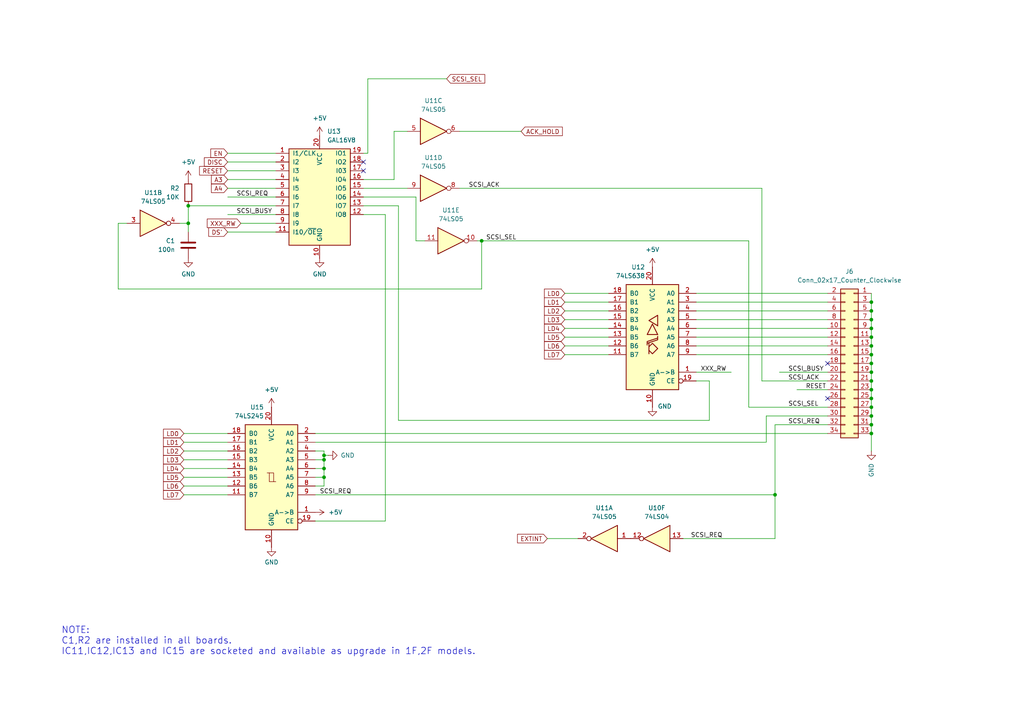
<source format=kicad_sch>
(kicad_sch (version 20250114) (generator "eeschema") (generator_version "9.0")
  (paper "A4")
  (title_block (title "CST Thor  - Clone/Upgrade for Sinclair QL") (date "2025-03-15") (rev "0,1") (company "(C) 2025 Alvaro Alea Fdz") (comment 1 "https://ohwr.org/cern_ohl_s_v2.txt") (comment 2 "CERN Open Hardware Licence Version 2 - Strongly Reciprocal") (comment 3 "Under License") (comment 4 "SCSI Hard Disk Interface"))
  (lib_symbols
    (symbol "74xx:74LS04"
      (property "Reference" "U" (at 0 1.27 0))
      (property "Value" "74LS04" (at 0 -1.27 0))
      (symbol "74LS04_1_0"
        (polyline (pts (xy -3.81 3.81) (xy -3.81 -3.81) (xy 3.81 0) (xy -3.81 3.81)) (stroke (width 0.254)) (fill (type background)))
        (pin input line (at -7.62 0 0) (length 3.81) (name "~") (number "1"))
        (pin output inverted (at 7.62 0 180) (length 3.81) (name "~") (number "2"))
      )
      (symbol "74LS04_2_0"
        (polyline (pts (xy -3.81 3.81) (xy -3.81 -3.81) (xy 3.81 0) (xy -3.81 3.81)) (stroke (width 0.254)) (fill (type background)))
        (pin input line (at -7.62 0 0) (length 3.81) (name "~") (number "3"))
        (pin output inverted (at 7.62 0 180) (length 3.81) (name "~") (number "4"))
      )
      (symbol "74LS04_3_0"
        (polyline (pts (xy -3.81 3.81) (xy -3.81 -3.81) (xy 3.81 0) (xy -3.81 3.81)) (stroke (width 0.254)) (fill (type background)))
        (pin input line (at -7.62 0 0) (length 3.81) (name "~") (number "5"))
        (pin output inverted (at 7.62 0 180) (length 3.81) (name "~") (number "6"))
      )
      (symbol "74LS04_4_0"
        (polyline (pts (xy -3.81 3.81) (xy -3.81 -3.81) (xy 3.81 0) (xy -3.81 3.81)) (stroke (width 0.254)) (fill (type background)))
        (pin input line (at -7.62 0 0) (length 3.81) (name "~") (number "9"))
        (pin output inverted (at 7.62 0 180) (length 3.81) (name "~") (number "8"))
      )
      (symbol "74LS04_5_0"
        (polyline (pts (xy -3.81 3.81) (xy -3.81 -3.81) (xy 3.81 0) (xy -3.81 3.81)) (stroke (width 0.254)) (fill (type background)))
        (pin input line (at -7.62 0 0) (length 3.81) (name "~") (number "11"))
        (pin output inverted (at 7.62 0 180) (length 3.81) (name "~") (number "10"))
      )
      (symbol "74LS04_6_0"
        (polyline (pts (xy -3.81 3.81) (xy -3.81 -3.81) (xy 3.81 0) (xy -3.81 3.81)) (stroke (width 0.254)) (fill (type background)))
        (pin input line (at -7.62 0 0) (length 3.81) (name "~") (number "13"))
        (pin output inverted (at 7.62 0 180) (length 3.81) (name "~") (number "12"))
      )
      (symbol "74LS04_7_0"
        (pin power_in line (at 0 12.7 270) (length 5.08) (name "VCC") (number "14"))
        (pin power_in line (at 0 -12.7 90) (length 5.08) (name "GND") (number "7"))
      )
      (symbol "74LS04_7_1"
        (rectangle (start -5.08 7.62) (end 5.08 -7.62) (stroke (width 0.254)) (fill (type background)))
      )
    )
    (symbol "74xx:74LS05" (pin_names (offset 1.016))
      (property "Reference" "U" (at 0 1.27 0))
      (property "Value" "74LS05" (at 0 -1.27 0))
      (symbol "74LS05_1_0"
        (polyline (pts (xy -3.81 3.81) (xy -3.81 -3.81) (xy 3.81 0) (xy -3.81 3.81)) (stroke (width 0.254)) (fill (type background)))
        (pin input line (at -7.62 0 0) (length 3.81) (name "~") (number "1"))
        (pin open_collector inverted (at 7.62 0 180) (length 3.81) (name "~") (number "2"))
      )
      (symbol "74LS05_2_0"
        (polyline (pts (xy -3.81 3.81) (xy -3.81 -3.81) (xy 3.81 0) (xy -3.81 3.81)) (stroke (width 0.254)) (fill (type background)))
        (pin input line (at -7.62 0 0) (length 3.81) (name "~") (number "3"))
        (pin open_collector inverted (at 7.62 0 180) (length 3.81) (name "~") (number "4"))
      )
      (symbol "74LS05_3_0"
        (polyline (pts (xy -3.81 3.81) (xy -3.81 -3.81) (xy 3.81 0) (xy -3.81 3.81)) (stroke (width 0.254)) (fill (type background)))
        (pin input line (at -7.62 0 0) (length 3.81) (name "~") (number "5"))
        (pin open_collector inverted (at 7.62 0 180) (length 3.81) (name "~") (number "6"))
      )
      (symbol "74LS05_4_0"
        (polyline (pts (xy -3.81 3.81) (xy -3.81 -3.81) (xy 3.81 0) (xy -3.81 3.81)) (stroke (width 0.254)) (fill (type background)))
        (pin input line (at -7.62 0 0) (length 3.81) (name "~") (number "9"))
        (pin open_collector inverted (at 7.62 0 180) (length 3.81) (name "~") (number "8"))
      )
      (symbol "74LS05_5_0"
        (polyline (pts (xy -3.81 3.81) (xy -3.81 -3.81) (xy 3.81 0) (xy -3.81 3.81)) (stroke (width 0.254)) (fill (type background)))
        (pin input line (at -7.62 0 0) (length 3.81) (name "~") (number "11"))
        (pin open_collector inverted (at 7.62 0 180) (length 3.81) (name "~") (number "10"))
      )
      (symbol "74LS05_6_0"
        (polyline (pts (xy -3.81 3.81) (xy -3.81 -3.81) (xy 3.81 0) (xy -3.81 3.81)) (stroke (width 0.254)) (fill (type background)))
        (pin input line (at -7.62 0 0) (length 3.81) (name "~") (number "13"))
        (pin open_collector inverted (at 7.62 0 180) (length 3.81) (name "~") (number "12"))
      )
      (symbol "74LS05_7_0"
        (pin power_in line (at 0 12.7 270) (length 5.08) (name "VCC") (number "14"))
        (pin power_in line (at 0 -12.7 90) (length 5.08) (name "GND") (number "7"))
      )
      (symbol "74LS05_7_1"
        (rectangle (start -5.08 7.62) (end 5.08 -7.62) (stroke (width 0.254)) (fill (type background)))
      )
    )
    (symbol "74xx:74LS245" (pin_names (offset 1.016))
      (property "Reference" "U" (at -7.62 16.51 0))
      (property "Value" "74LS245" (at -7.62 -16.51 0))
      (symbol "74LS245_1_0"
        (polyline (pts (xy -1.27 -1.27) (xy 0.635 -1.27) (xy 0.635 1.27) (xy 1.27 1.27)))
        (polyline (pts (xy -0.635 -1.27) (xy -0.635 1.27) (xy 0.635 1.27)))
        (pin tri_state line (at -12.7 12.7 0) (length 5.08) (name "A0") (number "2"))
        (pin tri_state line (at -12.7 10.16 0) (length 5.08) (name "A1") (number "3"))
        (pin tri_state line (at -12.7 7.62 0) (length 5.08) (name "A2") (number "4"))
        (pin tri_state line (at -12.7 5.08 0) (length 5.08) (name "A3") (number "5"))
        (pin tri_state line (at -12.7 2.54 0) (length 5.08) (name "A4") (number "6"))
        (pin tri_state line (at -12.7 0 0) (length 5.08) (name "A5") (number "7"))
        (pin tri_state line (at -12.7 -2.54 0) (length 5.08) (name "A6") (number "8"))
        (pin tri_state line (at -12.7 -5.08 0) (length 5.08) (name "A7") (number "9"))
        (pin input line (at -12.7 -10.16 0) (length 5.08) (name "A->B") (number "1"))
        (pin input inverted (at -12.7 -12.7 0) (length 5.08) (name "CE") (number "19"))
        (pin power_in line (at 0 20.32 270) (length 5.08) (name "VCC") (number "20"))
        (pin power_in line (at 0 -20.32 90) (length 5.08) (name "GND") (number "10"))
        (pin tri_state line (at 12.7 12.7 180) (length 5.08) (name "B0") (number "18"))
        (pin tri_state line (at 12.7 10.16 180) (length 5.08) (name "B1") (number "17"))
        (pin tri_state line (at 12.7 7.62 180) (length 5.08) (name "B2") (number "16"))
        (pin tri_state line (at 12.7 5.08 180) (length 5.08) (name "B3") (number "15"))
        (pin tri_state line (at 12.7 2.54 180) (length 5.08) (name "B4") (number "14"))
        (pin tri_state line (at 12.7 0 180) (length 5.08) (name "B5") (number "13"))
        (pin tri_state line (at 12.7 -2.54 180) (length 5.08) (name "B6") (number "12"))
        (pin tri_state line (at 12.7 -5.08 180) (length 5.08) (name "B7") (number "11"))
      )
      (symbol "74LS245_1_1"
        (rectangle (start -7.62 15.24) (end 7.62 -15.24) (stroke (width 0.254)) (fill (type background)))
      )
    )
    (symbol "8bits:74LS638" (pin_names (offset 1.016))
      (property "Reference" "U15" (at 2.1941 20.32 0))
      (property "Value" "74LS638" (at 2.1941 17.78 0))
      (symbol "74LS638_0_0"
        (polyline (pts (xy -1.524 3.302) (xy -1.524 6.35) (xy 1.016 4.826) (xy -1.524 3.302) (xy -1.524 3.302)) (stroke (width 0.254)) (fill (type background)))
        (polyline (pts (xy -1.524 0.762) (xy 1.524 0.762) (xy 0 3.81) (xy -1.524 0.762) (xy -1.524 0.762)) (stroke (width 0.254)) (fill (type background)))
        (polyline (pts (xy -1.524 -3.302) (xy 0 -4.826) (xy 1.016 -3.81) (xy 1.016 -4.826) (xy 1.016 -1.778) (xy 1.016 -2.794) (xy 0 -1.778) (xy -1.524 -3.302) (xy -1.524 -3.302)) (stroke (width 0.254)) (fill (type background)))
        (polyline (pts (xy 1.524 -2.286) (xy 1.524 -1.27) (xy -1.524 -0.254) (xy -1.524 0.254) (xy -1.524 -0.762) (xy 1.524 -1.778) (xy 1.524 -1.778)) (stroke (width 0.254)) (fill (type background)))
      )
      (symbol "74LS638_1_0"
        (pin tri_state line (at -12.7 12.7 0) (length 5.08) (name "A0") (number "2"))
        (pin tri_state line (at -12.7 10.16 0) (length 5.08) (name "A1") (number "3"))
        (pin tri_state line (at -12.7 7.62 0) (length 5.08) (name "A2") (number "4"))
        (pin tri_state line (at -12.7 5.08 0) (length 5.08) (name "A3") (number "5"))
        (pin tri_state line (at -12.7 2.54 0) (length 5.08) (name "A4") (number "6"))
        (pin tri_state line (at -12.7 0 0) (length 5.08) (name "A5") (number "7"))
        (pin tri_state line (at -12.7 -2.54 0) (length 5.08) (name "A6") (number "8"))
        (pin tri_state line (at -12.7 -5.08 0) (length 5.08) (name "A7") (number "9"))
        (pin input line (at -12.7 -10.16 0) (length 5.08) (name "A->B") (number "1"))
        (pin input inverted (at -12.7 -12.7 0) (length 5.08) (name "CE") (number "19"))
        (pin power_in line (at 0 20.32 270) (length 5.08) (name "VCC") (number "20"))
        (pin power_in line (at 0 -20.32 90) (length 5.08) (name "GND") (number "10"))
        (pin tri_state line (at 12.7 12.7 180) (length 5.08) (name "B0") (number "18"))
        (pin tri_state line (at 12.7 10.16 180) (length 5.08) (name "B1") (number "17"))
        (pin tri_state line (at 12.7 7.62 180) (length 5.08) (name "B2") (number "16"))
        (pin tri_state line (at 12.7 5.08 180) (length 5.08) (name "B3") (number "15"))
        (pin tri_state line (at 12.7 2.54 180) (length 5.08) (name "B4") (number "14"))
        (pin tri_state line (at 12.7 0 180) (length 5.08) (name "B5") (number "13"))
        (pin tri_state line (at 12.7 -2.54 180) (length 5.08) (name "B6") (number "12"))
        (pin tri_state line (at 12.7 -5.08 180) (length 5.08) (name "B7") (number "11"))
      )
      (symbol "74LS638_1_1"
        (rectangle (start -7.62 15.24) (end 7.62 -15.24) (stroke (width 0.254)) (fill (type background)))
      )
    )
    (symbol "Connector_Generic:Conn_02x17_Odd_Even" (pin_names (offset 1.016) (hide yes))
      (property "Reference" "J" (at 1.27 22.86 0))
      (property "Value" "Conn_02x17_Odd_Even" (at 1.27 -22.86 0))
      (symbol "Conn_02x17_Odd_Even_1_1"
        (rectangle (start -1.27 21.59) (end 3.81 -21.59) (stroke (width 0.254)) (fill (type background)))
        (rectangle (start -1.27 20.447) (end 0 20.193) (stroke (width 0.1524)))
        (rectangle (start -1.27 17.907) (end 0 17.653) (stroke (width 0.1524)))
        (rectangle (start -1.27 15.367) (end 0 15.113) (stroke (width 0.1524)))
        (rectangle (start -1.27 12.827) (end 0 12.573) (stroke (width 0.1524)))
        (rectangle (start -1.27 10.287) (end 0 10.033) (stroke (width 0.1524)))
        (rectangle (start -1.27 7.747) (end 0 7.493) (stroke (width 0.1524)))
        (rectangle (start -1.27 5.207) (end 0 4.953) (stroke (width 0.1524)))
        (rectangle (start -1.27 2.667) (end 0 2.413) (stroke (width 0.1524)))
        (rectangle (start -1.27 0.127) (end 0 -0.127) (stroke (width 0.1524)))
        (rectangle (start -1.27 -2.413) (end 0 -2.667) (stroke (width 0.1524)))
        (rectangle (start -1.27 -4.953) (end 0 -5.207) (stroke (width 0.1524)))
        (rectangle (start -1.27 -7.493) (end 0 -7.747) (stroke (width 0.1524)))
        (rectangle (start -1.27 -10.033) (end 0 -10.287) (stroke (width 0.1524)))
        (rectangle (start -1.27 -12.573) (end 0 -12.827) (stroke (width 0.1524)))
        (rectangle (start -1.27 -15.113) (end 0 -15.367) (stroke (width 0.1524)))
        (rectangle (start -1.27 -17.653) (end 0 -17.907) (stroke (width 0.1524)))
        (rectangle (start -1.27 -20.193) (end 0 -20.447) (stroke (width 0.1524)))
        (rectangle (start 3.81 20.447) (end 2.54 20.193) (stroke (width 0.1524)))
        (rectangle (start 3.81 17.907) (end 2.54 17.653) (stroke (width 0.1524)))
        (rectangle (start 3.81 15.367) (end 2.54 15.113) (stroke (width 0.1524)))
        (rectangle (start 3.81 12.827) (end 2.54 12.573) (stroke (width 0.1524)))
        (rectangle (start 3.81 10.287) (end 2.54 10.033) (stroke (width 0.1524)))
        (rectangle (start 3.81 7.747) (end 2.54 7.493) (stroke (width 0.1524)))
        (rectangle (start 3.81 5.207) (end 2.54 4.953) (stroke (width 0.1524)))
        (rectangle (start 3.81 2.667) (end 2.54 2.413) (stroke (width 0.1524)))
        (rectangle (start 3.81 0.127) (end 2.54 -0.127) (stroke (width 0.1524)))
        (rectangle (start 3.81 -2.413) (end 2.54 -2.667) (stroke (width 0.1524)))
        (rectangle (start 3.81 -4.953) (end 2.54 -5.207) (stroke (width 0.1524)))
        (rectangle (start 3.81 -7.493) (end 2.54 -7.747) (stroke (width 0.1524)))
        (rectangle (start 3.81 -10.033) (end 2.54 -10.287) (stroke (width 0.1524)))
        (rectangle (start 3.81 -12.573) (end 2.54 -12.827) (stroke (width 0.1524)))
        (rectangle (start 3.81 -15.113) (end 2.54 -15.367) (stroke (width 0.1524)))
        (rectangle (start 3.81 -17.653) (end 2.54 -17.907) (stroke (width 0.1524)))
        (rectangle (start 3.81 -20.193) (end 2.54 -20.447) (stroke (width 0.1524)))
        (pin passive line (at -5.08 20.32 0) (length 3.81) (name "Pin_1") (number "1"))
        (pin passive line (at -5.08 17.78 0) (length 3.81) (name "Pin_3") (number "3"))
        (pin passive line (at -5.08 15.24 0) (length 3.81) (name "Pin_5") (number "5"))
        (pin passive line (at -5.08 12.7 0) (length 3.81) (name "Pin_7") (number "7"))
        (pin passive line (at -5.08 10.16 0) (length 3.81) (name "Pin_9") (number "9"))
        (pin passive line (at -5.08 7.62 0) (length 3.81) (name "Pin_11") (number "11"))
        (pin passive line (at -5.08 5.08 0) (length 3.81) (name "Pin_13") (number "13"))
        (pin passive line (at -5.08 2.54 0) (length 3.81) (name "Pin_15") (number "15"))
        (pin passive line (at -5.08 0 0) (length 3.81) (name "Pin_17") (number "17"))
        (pin passive line (at -5.08 -2.54 0) (length 3.81) (name "Pin_19") (number "19"))
        (pin passive line (at -5.08 -5.08 0) (length 3.81) (name "Pin_21") (number "21"))
        (pin passive line (at -5.08 -7.62 0) (length 3.81) (name "Pin_23") (number "23"))
        (pin passive line (at -5.08 -10.16 0) (length 3.81) (name "Pin_25") (number "25"))
        (pin passive line (at -5.08 -12.7 0) (length 3.81) (name "Pin_27") (number "27"))
        (pin passive line (at -5.08 -15.24 0) (length 3.81) (name "Pin_29") (number "29"))
        (pin passive line (at -5.08 -17.78 0) (length 3.81) (name "Pin_31") (number "31"))
        (pin passive line (at -5.08 -20.32 0) (length 3.81) (name "Pin_33") (number "33"))
        (pin passive line (at 7.62 20.32 180) (length 3.81) (name "Pin_2") (number "2"))
        (pin passive line (at 7.62 17.78 180) (length 3.81) (name "Pin_4") (number "4"))
        (pin passive line (at 7.62 15.24 180) (length 3.81) (name "Pin_6") (number "6"))
        (pin passive line (at 7.62 12.7 180) (length 3.81) (name "Pin_8") (number "8"))
        (pin passive line (at 7.62 10.16 180) (length 3.81) (name "Pin_10") (number "10"))
        (pin passive line (at 7.62 7.62 180) (length 3.81) (name "Pin_12") (number "12"))
        (pin passive line (at 7.62 5.08 180) (length 3.81) (name "Pin_14") (number "14"))
        (pin passive line (at 7.62 2.54 180) (length 3.81) (name "Pin_16") (number "16"))
        (pin passive line (at 7.62 0 180) (length 3.81) (name "Pin_18") (number "18"))
        (pin passive line (at 7.62 -2.54 180) (length 3.81) (name "Pin_20") (number "20"))
        (pin passive line (at 7.62 -5.08 180) (length 3.81) (name "Pin_22") (number "22"))
        (pin passive line (at 7.62 -7.62 180) (length 3.81) (name "Pin_24") (number "24"))
        (pin passive line (at 7.62 -10.16 180) (length 3.81) (name "Pin_26") (number "26"))
        (pin passive line (at 7.62 -12.7 180) (length 3.81) (name "Pin_28") (number "28"))
        (pin passive line (at 7.62 -15.24 180) (length 3.81) (name "Pin_30") (number "30"))
        (pin passive line (at 7.62 -17.78 180) (length 3.81) (name "Pin_32") (number "32"))
        (pin passive line (at 7.62 -20.32 180) (length 3.81) (name "Pin_34") (number "34"))
      )
    )
    (symbol "Device:C" (pin_numbers (hide yes)) (pin_names (offset 0.254))
      (property "Reference" "C" (at 0.635 2.54 0))
      (property "Value" "C" (at 0.635 -2.54 0))
      (symbol "C_0_1"
        (polyline (pts (xy -2.032 0.762) (xy 2.032 0.762)) (stroke (width 0.508)))
        (polyline (pts (xy -2.032 -0.762) (xy 2.032 -0.762)) (stroke (width 0.508)))
      )
      (symbol "C_1_1"
        (pin passive line (at 0 3.81 270) (length 2.794) (name "~") (number "1"))
        (pin passive line (at 0 -3.81 90) (length 2.794) (name "~") (number "2"))
      )
    )
    (symbol "Device:R" (pin_numbers (hide yes)) (pin_names (offset 0))
      (property "Reference" "R" (at 2.032 0 90))
      (property "Value" "R" (at 0 0 90))
      (symbol "R_0_1"
        (rectangle (start -1.016 -2.54) (end 1.016 2.54) (stroke (width 0.254)))
      )
      (symbol "R_1_1"
        (pin passive line (at 0 3.81 270) (length 1.27) (name "~") (number "1"))
        (pin passive line (at 0 -3.81 90) (length 1.27) (name "~") (number "2"))
      )
    )
    (symbol "Logic_Programmable:GAL16V8" (pin_names (offset 1.016))
      (property "Reference" "U" (at -8.89 16.51 0))
      (property "Value" "GAL16V8" (at 1.27 16.51 0))
      (symbol "GAL16V8_0_0"
        (pin power_in line (at 0 17.78 270) (length 3.81) (name "VCC") (number "20"))
        (pin power_in line (at 0 -17.78 90) (length 3.81) (name "GND") (number "10"))
      )
      (symbol "GAL16V8_0_1"
        (rectangle (start -8.89 13.97) (end 8.89 -13.97) (stroke (width 0.254)) (fill (type background)))
      )
      (symbol "GAL16V8_1_1"
        (pin input line (at -12.7 12.7 0) (length 3.81) (name "I1/CLK") (number "1"))
        (pin input line (at -12.7 10.16 0) (length 3.81) (name "I2") (number "2"))
        (pin input line (at -12.7 7.62 0) (length 3.81) (name "I3") (number "3"))
        (pin input line (at -12.7 5.08 0) (length 3.81) (name "I4") (number "4"))
        (pin input line (at -12.7 2.54 0) (length 3.81) (name "I5") (number "5"))
        (pin input line (at -12.7 0 0) (length 3.81) (name "I6") (number "6"))
        (pin input line (at -12.7 -2.54 0) (length 3.81) (name "I7") (number "7"))
        (pin input line (at -12.7 -5.08 0) (length 3.81) (name "I8") (number "8"))
        (pin input line (at -12.7 -7.62 0) (length 3.81) (name "I9") (number "9"))
        (pin input line (at -12.7 -10.16 0) (length 3.81) (name "I10/~{OE}") (number "11"))
        (pin tri_state line (at 12.7 12.7 180) (length 3.81) (name "IO1") (number "19"))
        (pin tri_state line (at 12.7 10.16 180) (length 3.81) (name "IO2") (number "18"))
        (pin tri_state line (at 12.7 7.62 180) (length 3.81) (name "I03") (number "17"))
        (pin tri_state line (at 12.7 5.08 180) (length 3.81) (name "IO4") (number "16"))
        (pin tri_state line (at 12.7 2.54 180) (length 3.81) (name "IO5") (number "15"))
        (pin tri_state line (at 12.7 0 180) (length 3.81) (name "IO6") (number "14"))
        (pin tri_state line (at 12.7 -2.54 180) (length 3.81) (name "IO7") (number "13"))
        (pin tri_state line (at 12.7 -5.08 180) (length 3.81) (name "IO8") (number "12"))
      )
    )
    (symbol "power:+5V" (power) (pin_numbers (hide yes)) (pin_names (offset 0) (hide yes))
      (property "Value" "+5V" (at 0 3.556 0))
      (symbol "+5V_0_1"
        (polyline (pts (xy -0.762 1.27) (xy 0 2.54)))
        (polyline (pts (xy 0 2.54) (xy 0.762 1.27)))
        (polyline (pts (xy 0 0) (xy 0 2.54)))
      )
      (symbol "+5V_1_1"
        (pin power_in line (at 0 0 90) (length 0) (name "~") (number "1"))
      )
    )
    (symbol "power:GND" (power) (pin_numbers (hide yes)) (pin_names (offset 0) (hide yes))
      (property "Value" "GND" (at 0 -3.81 0))
      (symbol "GND_0_1"
        (polyline (pts (xy 0 0) (xy 0 -1.27) (xy 1.27 -1.27) (xy 0 -2.54) (xy -1.27 -1.27) (xy 0 -1.27)))
      )
      (symbol "GND_1_1"
        (pin power_in line (at 0 0 270) (length 0) (name "~") (number "1"))
      )
    )
  )
  (text "NOTE:\nC1,R2 are installed in all boards.\nIC11,IC12,IC13 and IC15 are socketed and available as upgrade in 1F,2F models." (at 17.78 185.928 0) (effects (font (size 1.905 1.905)) (justify left)))
  (junction (at 252.73 102.87))
  (junction (at 93.98 132.08))
  (junction (at 252.73 115.57))
  (junction (at 252.73 118.11))
  (junction (at 252.73 125.73))
  (junction (at 252.73 120.65))
  (junction (at 252.73 110.49))
  (junction (at 252.73 107.95))
  (junction (at 93.98 133.35))
  (junction (at 139.7 69.85))
  (junction (at 252.73 92.71))
  (junction (at 252.73 123.19))
  (junction (at 252.73 97.79))
  (junction (at 252.73 105.41))
  (junction (at 252.73 113.03))
  (junction (at 224.79 143.51))
  (junction (at 54.61 59.69))
  (junction (at 252.73 100.33))
  (junction (at 93.98 135.89))
  (junction (at 252.73 87.63))
  (junction (at 54.61 64.77))
  (junction (at 252.73 95.25))
  (junction (at 93.98 138.43))
  (junction (at 252.73 90.17))
  (no_connect (at 240.03 115.57))
  (no_connect (at 105.41 49.53))
  (no_connect (at 105.41 46.99))
  (no_connect (at 240.03 105.41))
  (wire (pts (xy 252.73 102.87) (xy 252.73 105.41)))
  (wire (pts (xy 201.93 102.87) (xy 240.03 102.87)))
  (wire (pts (xy 252.73 118.11) (xy 252.73 120.65)))
  (wire (pts (xy 231.14 113.03) (xy 240.03 113.03)))
  (wire (pts (xy 252.73 110.49) (xy 252.73 113.03)))
  (wire (pts (xy 252.73 115.57) (xy 252.73 118.11)))
  (wire (pts (xy 66.04 138.43) (xy 53.34 138.43)))
  (wire (pts (xy 220.98 110.49) (xy 240.03 110.49)))
  (wire (pts (xy 54.61 64.77) (xy 54.61 59.69)))
  (wire (pts (xy 252.73 120.65) (xy 252.73 123.19)))
  (wire (pts (xy 93.98 132.08) (xy 95.25 132.08)))
  (wire (pts (xy 176.53 85.09) (xy 163.83 85.09)))
  (wire (pts (xy 240.03 120.65) (xy 222.25 120.65)))
  (wire (pts (xy 93.98 132.08) (xy 93.98 133.35)))
  (wire (pts (xy 66.04 52.07) (xy 80.01 52.07)))
  (wire (pts (xy 201.93 85.09) (xy 240.03 85.09)))
  (wire (pts (xy 105.41 59.69) (xy 115.57 59.69)))
  (wire (pts (xy 105.41 52.07) (xy 114.3 52.07)))
  (wire (pts (xy 217.17 118.11) (xy 240.03 118.11)))
  (wire (pts (xy 224.79 156.21) (xy 224.79 143.51)))
  (wire (pts (xy 54.61 64.77) (xy 54.61 67.31)))
  (wire (pts (xy 114.3 52.07) (xy 114.3 38.1)))
  (wire (pts (xy 252.73 97.79) (xy 252.73 100.33)))
  (wire (pts (xy 201.93 100.33) (xy 240.03 100.33)))
  (wire (pts (xy 111.76 62.23) (xy 111.76 151.13)))
  (wire (pts (xy 66.04 46.99) (xy 80.01 46.99)))
  (wire (pts (xy 66.04 133.35) (xy 53.34 133.35)))
  (wire (pts (xy 105.41 44.45) (xy 106.68 44.45)))
  (wire (pts (xy 222.25 120.65) (xy 222.25 128.27)))
  (wire (pts (xy 120.65 57.15) (xy 120.65 69.85)))
  (wire (pts (xy 201.93 95.25) (xy 240.03 95.25)))
  (wire (pts (xy 176.53 92.71) (xy 163.83 92.71)))
  (wire (pts (xy 139.7 69.85) (xy 139.7 83.82)))
  (wire (pts (xy 252.73 92.71) (xy 252.73 95.25)))
  (wire (pts (xy 133.35 38.1) (xy 151.13 38.1)))
  (wire (pts (xy 34.29 83.82) (xy 34.29 64.77)))
  (wire (pts (xy 201.93 92.71) (xy 240.03 92.71)))
  (wire (pts (xy 198.12 156.21) (xy 224.79 156.21)))
  (wire (pts (xy 252.73 90.17) (xy 252.73 92.71)))
  (wire (pts (xy 217.17 69.85) (xy 217.17 118.11)))
  (wire (pts (xy 93.98 135.89) (xy 93.98 138.43)))
  (wire (pts (xy 105.41 54.61) (xy 118.11 54.61)))
  (wire (pts (xy 66.04 125.73) (xy 53.34 125.73)))
  (wire (pts (xy 66.04 54.61) (xy 80.01 54.61)))
  (wire (pts (xy 176.53 100.33) (xy 163.83 100.33)))
  (wire (pts (xy 139.7 83.82) (xy 34.29 83.82)))
  (wire (pts (xy 91.44 130.81) (xy 93.98 130.81)))
  (wire (pts (xy 91.44 138.43) (xy 93.98 138.43)))
  (wire (pts (xy 252.73 85.09) (xy 252.73 87.63)))
  (wire (pts (xy 201.93 90.17) (xy 240.03 90.17)))
  (wire (pts (xy 176.53 102.87) (xy 163.83 102.87)))
  (wire (pts (xy 205.74 121.92) (xy 115.57 121.92)))
  (wire (pts (xy 105.41 57.15) (xy 120.65 57.15)))
  (wire (pts (xy 66.04 128.27) (xy 53.34 128.27)))
  (wire (pts (xy 91.44 135.89) (xy 93.98 135.89)))
  (wire (pts (xy 66.04 57.15) (xy 80.01 57.15)))
  (wire (pts (xy 252.73 130.81) (xy 252.73 125.73)))
  (wire (pts (xy 34.29 64.77) (xy 36.83 64.77)))
  (wire (pts (xy 111.76 151.13) (xy 91.44 151.13)))
  (wire (pts (xy 69.85 64.77) (xy 80.01 64.77)))
  (wire (pts (xy 201.93 107.95) (xy 212.09 107.95)))
  (wire (pts (xy 93.98 130.81) (xy 93.98 132.08)))
  (wire (pts (xy 201.93 97.79) (xy 240.03 97.79)))
  (wire (pts (xy 252.73 100.33) (xy 252.73 102.87)))
  (wire (pts (xy 252.73 95.25) (xy 252.73 97.79)))
  (wire (pts (xy 252.73 87.63) (xy 252.73 90.17)))
  (wire (pts (xy 138.43 69.85) (xy 139.7 69.85)))
  (wire (pts (xy 220.98 110.49) (xy 220.98 54.61)))
  (wire (pts (xy 224.79 123.19) (xy 240.03 123.19)))
  (wire (pts (xy 66.04 130.81) (xy 53.34 130.81)))
  (wire (pts (xy 91.44 140.97) (xy 93.98 140.97)))
  (wire (pts (xy 176.53 90.17) (xy 163.83 90.17)))
  (wire (pts (xy 120.65 69.85) (xy 123.19 69.85)))
  (wire (pts (xy 93.98 140.97) (xy 93.98 138.43)))
  (wire (pts (xy 66.04 49.53) (xy 80.01 49.53)))
  (wire (pts (xy 205.74 110.49) (xy 205.74 121.92)))
  (wire (pts (xy 66.04 135.89) (xy 53.34 135.89)))
  (wire (pts (xy 105.41 62.23) (xy 111.76 62.23)))
  (wire (pts (xy 226.06 107.95) (xy 240.03 107.95)))
  (wire (pts (xy 201.93 87.63) (xy 240.03 87.63)))
  (wire (pts (xy 176.53 97.79) (xy 163.83 97.79)))
  (wire (pts (xy 91.44 125.73) (xy 240.03 125.73)))
  (wire (pts (xy 93.98 133.35) (xy 93.98 135.89)))
  (wire (pts (xy 252.73 105.41) (xy 252.73 107.95)))
  (wire (pts (xy 66.04 140.97) (xy 53.34 140.97)))
  (wire (pts (xy 252.73 113.03) (xy 252.73 115.57)))
  (wire (pts (xy 54.61 59.69) (xy 80.01 59.69)))
  (wire (pts (xy 91.44 143.51) (xy 224.79 143.51)))
  (wire (pts (xy 114.3 38.1) (xy 118.11 38.1)))
  (wire (pts (xy 91.44 128.27) (xy 222.25 128.27)))
  (wire (pts (xy 52.07 64.77) (xy 54.61 64.77)))
  (wire (pts (xy 66.04 62.23) (xy 80.01 62.23)))
  (wire (pts (xy 66.04 143.51) (xy 53.34 143.51)))
  (wire (pts (xy 205.74 110.49) (xy 201.93 110.49)))
  (wire (pts (xy 176.53 95.25) (xy 163.83 95.25)))
  (wire (pts (xy 91.44 133.35) (xy 93.98 133.35)))
  (wire (pts (xy 133.35 54.61) (xy 220.98 54.61)))
  (wire (pts (xy 252.73 107.95) (xy 252.73 110.49)))
  (wire (pts (xy 176.53 87.63) (xy 163.83 87.63)))
  (wire (pts (xy 139.7 69.85) (xy 217.17 69.85)))
  (wire (pts (xy 115.57 121.92) (xy 115.57 59.69)))
  (wire (pts (xy 66.04 44.45) (xy 80.01 44.45)))
  (wire (pts (xy 224.79 123.19) (xy 224.79 143.51)))
  (wire (pts (xy 252.73 123.19) (xy 252.73 125.73)))
  (wire (pts (xy 66.04 67.31) (xy 80.01 67.31)))
  (wire (pts (xy 167.64 156.21) (xy 158.75 156.21)))
  (wire (pts (xy 129.54 22.86) (xy 106.68 22.86)))
  (wire (pts (xy 106.68 22.86) (xy 106.68 44.45)))
  (label "SCSI_ACK" (at 135.89 54.61 0))
  (label "SCSI_REQ" (at 68.58 57.15 0))
  (label "RESET" (at 233.68 113.03 0))
  (label "SCSI_SEL" (at 140.97 69.85 0))
  (label "SCSI_SEL" (at 228.6 118.11 0))
  (label "SCSI_BUSY" (at 228.6 107.95 0))
  (label "SCSI_REQ" (at 209.55 156.21 180))
  (label "SCSI_ACK" (at 228.6 110.49 0))
  (label "XXX_RW" (at 203.2 107.95 0))
  (label "SCSI_BUSY" (at 68.58 62.23 0))
  (label "SCSI_REQ" (at 228.6 123.19 0))
  (label "SCSI_REQ" (at 92.71 143.51 0))
  (global_label "LD3" (shape input) (at 163.83 92.71 180) (property "Intersheetrefs" "${INTERSHEET_REFS}" (effects (hide yes))))
  (global_label "SCSI_SEL" (shape input) (at 129.54 22.86 0) (property "Intersheetrefs" "${INTERSHEET_REFS}" (effects (hide yes))))
  (global_label "EN" (shape input) (at 66.04 44.45 180) (property "Intersheetrefs" "${INTERSHEET_REFS}" (effects (hide yes))))
  (global_label "LD0" (shape input) (at 53.34 125.73 180) (property "Intersheetrefs" "${INTERSHEET_REFS}" (effects (hide yes))))
  (global_label "LD7" (shape input) (at 163.83 102.87 180) (property "Intersheetrefs" "${INTERSHEET_REFS}" (effects (hide yes))))
  (global_label "DISC" (shape input) (at 66.04 46.99 180) (property "Intersheetrefs" "${INTERSHEET_REFS}" (effects (hide yes))))
  (global_label "EXTINT" (shape input) (at 158.75 156.21 180) (property "Intersheetrefs" "${INTERSHEET_REFS}" (effects (hide yes))))
  (global_label "XXX_RW" (shape input) (at 69.85 64.77 180) (property "Intersheetrefs" "${INTERSHEET_REFS}" (effects (hide yes))))
  (global_label "LD4" (shape input) (at 163.83 95.25 180) (property "Intersheetrefs" "${INTERSHEET_REFS}" (effects (hide yes))))
  (global_label "LD0" (shape input) (at 163.83 85.09 180) (property "Intersheetrefs" "${INTERSHEET_REFS}" (effects (hide yes))))
  (global_label "LD3" (shape input) (at 53.34 133.35 180) (property "Intersheetrefs" "${INTERSHEET_REFS}" (effects (hide yes))))
  (global_label "LD2" (shape input) (at 163.83 90.17 180) (property "Intersheetrefs" "${INTERSHEET_REFS}" (effects (hide yes))))
  (global_label "LD1" (shape input) (at 163.83 87.63 180) (property "Intersheetrefs" "${INTERSHEET_REFS}" (effects (hide yes))))
  (global_label "DS'" (shape input) (at 66.04 67.31 180) (property "Intersheetrefs" "${INTERSHEET_REFS}" (effects (hide yes))))
  (global_label "LD2" (shape input) (at 53.34 130.81 180) (property "Intersheetrefs" "${INTERSHEET_REFS}" (effects (hide yes))))
  (global_label "LD5" (shape input) (at 53.34 138.43 180) (property "Intersheetrefs" "${INTERSHEET_REFS}" (effects (hide yes))))
  (global_label "A4" (shape input) (at 66.04 54.61 180) (property "Intersheetrefs" "${INTERSHEET_REFS}" (effects (hide yes))))
  (global_label "LD6" (shape input) (at 163.83 100.33 180) (property "Intersheetrefs" "${INTERSHEET_REFS}" (effects (hide yes))))
  (global_label "ACK_HOLD" (shape input) (at 151.13 38.1 0) (property "Intersheetrefs" "${INTERSHEET_REFS}" (effects (hide yes))))
  (global_label "LD6" (shape input) (at 53.34 140.97 180) (property "Intersheetrefs" "${INTERSHEET_REFS}" (effects (hide yes))))
  (global_label "LD4" (shape input) (at 53.34 135.89 180) (property "Intersheetrefs" "${INTERSHEET_REFS}" (effects (hide yes))))
  (global_label "A3" (shape input) (at 66.04 52.07 180) (property "Intersheetrefs" "${INTERSHEET_REFS}" (effects (hide yes))))
  (global_label "LD7" (shape input) (at 53.34 143.51 180) (property "Intersheetrefs" "${INTERSHEET_REFS}" (effects (hide yes))))
  (global_label "LD5" (shape input) (at 163.83 97.79 180) (property "Intersheetrefs" "${INTERSHEET_REFS}" (effects (hide yes))))
  (global_label "LD1" (shape input) (at 53.34 128.27 180) (property "Intersheetrefs" "${INTERSHEET_REFS}" (effects (hide yes))))
  (global_label "RESET" (shape input) (at 66.04 49.53 180) (property "Intersheetrefs" "${INTERSHEET_REFS}" (effects (hide yes))))
  (symbol (lib_id "power:GND") (at 95.25 132.08 90) (unit 1)
    (property "Reference" "#PWR075" (effects (hide yes)))
    (property "Value" "GND" (at 102.87 132.0801 90) (effects (justify left)))
    (property "Description" "Power symbol creates a global label with name \"GND\" , ground" (effects (hide yes)))
  )
  (symbol (lib_id "74xx:74LS05") (at 125.73 38.1 0) (unit 3)
    (property "Reference" "U11" (at 125.73 29.21 0))
    (property "Value" "74LS05" (at 125.73 31.75 0))
    (property "Footprint" "Package_DIP:DIP-14_W7.62mm" (effects (hide yes)))
    (property "Datasheet" "http://www.ti.com/lit/gpn/sn74LS05" (effects (hide yes)))
    (property "Description" "Inverter Open Collect" (effects (hide yes)))
  )
  (symbol (lib_id "74xx:74LS05") (at 44.45 64.77 0) (unit 2)
    (property "Reference" "U11" (at 44.45 55.88 0))
    (property "Value" "74LS05" (at 44.45 58.42 0))
    (property "Footprint" "Package_DIP:DIP-14_W7.62mm" (effects (hide yes)))
    (property "Datasheet" "http://www.ti.com/lit/gpn/sn74LS05" (effects (hide yes)))
    (property "Description" "Inverter Open Collect" (effects (hide yes)))
  )
  (symbol (lib_id "Device:R") (at 54.61 55.88 0) (mirror y) (unit 1)
    (property "Reference" "R2" (at 52.07 54.6099 0) (effects (justify left)))
    (property "Value" "10K" (at 52.07 57.1499 0) (effects (justify left)))
    (property "Footprint" "Resistor_THT:R_Axial_DIN0207_L6.3mm_D2.5mm_P10.16mm_Horizontal" (effects (hide yes)))
    (property "Description" "Resistor" (effects (hide yes)))
  )
  (symbol (lib_id "Logic_Programmable:GAL16V8") (at 92.71 57.15 0) (unit 1)
    (property "Reference" "U13" (at 94.9041 38.1 0) (effects (justify left)))
    (property "Value" "GAL16V8" (at 94.9041 40.64 0) (effects (justify left)))
    (property "Footprint" "Package_DIP:DIP-20_W7.62mm" (effects (hide yes)))
  )
  (symbol (lib_id "Connector_Generic:Conn_02x17_Odd_Even") (at 247.65 105.41 0) (mirror y) (unit 1)
    (property "Reference" "J6" (at 246.38 78.74 0))
    (property "Value" "Conn_02x17_Counter_Clockwise" (at 246.38 81.28 0))
    (property "Footprint" "Connector_PinHeader_2.54mm:PinHeader_2x17_P2.54mm_Vertical" (effects (hide yes)))
    (property "Description" "Generic connector, double row, 02x17, odd/even pin numbering scheme (row 1 odd numbers, row 2 even numbers), script generated (kicad-library-utils/schlib/autogen/connector/)" (effects (hide yes)))
  )
  (symbol (lib_id "power:+5V") (at 54.61 52.07 0) (unit 1)
    (property "Reference" "#PWR082" (effects (hide yes)))
    (property "Value" "+5V" (at 54.61 46.99 0))
    (property "Description" "Power symbol creates a global label with name \"+5V\"" (effects (hide yes)))
  )
  (symbol (lib_id "74xx:74LS05") (at 125.73 54.61 0) (unit 4)
    (property "Reference" "U11" (at 125.73 45.72 0))
    (property "Value" "74LS05" (at 125.73 48.26 0))
    (property "Footprint" "Package_DIP:DIP-14_W7.62mm" (effects (hide yes)))
    (property "Datasheet" "http://www.ti.com/lit/gpn/sn74LS05" (effects (hide yes)))
    (property "Description" "Inverter Open Collect" (effects (hide yes)))
  )
  (symbol (lib_id "power:GND") (at 78.74 158.75 0) (unit 1)
    (property "Reference" "#PWR073" (effects (hide yes)))
    (property "Value" "GND" (at 76.708 163.068 0) (effects (justify left)))
    (property "Description" "Power symbol creates a global label with name \"GND\" , ground" (effects (hide yes)))
  )
  (symbol (lib_id "Device:C") (at 54.61 71.12 0) (mirror x) (unit 1)
    (property "Reference" "C1" (at 50.8 69.8499 0) (effects (justify right)))
    (property "Value" "100n" (at 50.8 72.3899 0) (effects (justify right)))
    (property "Footprint" "Capacitor_THT:C_Disc_D4.3mm_W1.9mm_P5.00mm" (effects (hide yes)))
    (property "Description" "Unpolarized capacitor" (effects (hide yes)))
  )
  (symbol (lib_id "power:GND") (at 92.71 74.93 0) (unit 1)
    (property "Reference" "#PWR077" (effects (hide yes)))
    (property "Value" "GND" (at 90.678 79.502 0) (effects (justify left)))
    (property "Description" "Power symbol creates a global label with name \"GND\" , ground" (effects (hide yes)))
  )
  (symbol (lib_id "power:GND") (at 54.61 74.93 0) (unit 1)
    (property "Reference" "#PWR083" (effects (hide yes)))
    (property "Value" "GND" (at 52.578 79.502 0) (effects (justify left)))
    (property "Description" "Power symbol creates a global label with name \"GND\" , ground" (effects (hide yes)))
  )
  (symbol (lib_id "74xx:74LS04") (at 190.5 156.21 0) (mirror y) (unit 6)
    (property "Reference" "U10" (at 190.5 147.32 0))
    (property "Value" "74LS04" (at 190.5 149.86 0))
    (property "Footprint" "Package_DIP:DIP-14_W7.62mm" (effects (hide yes)))
    (property "Datasheet" "http://www.ti.com/lit/gpn/sn74LS04" (effects (hide yes)))
    (property "Description" "Hex Inverter" (effects (hide yes)))
  )
  (symbol (lib_id "74xx:74LS245") (at 78.74 138.43 0) (mirror y) (unit 1)
    (property "Reference" "U15" (at 76.5459 118.11 0) (effects (justify left)))
    (property "Value" "74LS245" (at 76.5459 120.65 0) (effects (justify left)))
    (property "Footprint" "Package_DIP:DIP-20_W7.62mm" (effects (hide yes)))
    (property "Datasheet" "http://www.ti.com/lit/gpn/sn74LS245" (effects (hide yes)))
  )
  (symbol (lib_id "74xx:74LS05") (at 130.81 69.85 0) (unit 5)
    (property "Reference" "U11" (at 130.81 60.96 0))
    (property "Value" "74LS05" (at 130.81 63.5 0))
    (property "Footprint" "Package_DIP:DIP-14_W7.62mm" (effects (hide yes)))
    (property "Datasheet" "http://www.ti.com/lit/gpn/sn74LS05" (effects (hide yes)))
    (property "Description" "Inverter Open Collect" (effects (hide yes)))
  )
  (symbol (lib_id "power:+5V") (at 91.44 148.59 270) (mirror x) (unit 1)
    (property "Reference" "#PWR074" (effects (hide yes)))
    (property "Value" "+5V" (at 95.25 148.5899 90) (effects (justify left)))
    (property "Description" "Power symbol creates a global label with name \"+5V\"" (effects (hide yes)))
  )
  (symbol (lib_id "power:GND") (at 252.73 130.81 0) (unit 1)
    (property "Reference" "#PWR080" (effects (hide yes)))
    (property "Value" "GND" (at 252.7299 138.43 90) (effects (justify left)))
    (property "Description" "Power symbol creates a global label with name \"GND\" , ground" (effects (hide yes)))
  )
  (symbol (lib_id "power:+5V") (at 189.23 77.47 0) (unit 1)
    (property "Reference" "#PWR078" (effects (hide yes)))
    (property "Value" "+5V" (at 189.23 72.39 0))
    (property "Description" "Power symbol creates a global label with name \"+5V\"" (effects (hide yes)))
  )
  (symbol (lib_id "power:+5V") (at 78.74 118.11 0) (unit 1)
    (property "Reference" "#PWR072" (effects (hide yes)))
    (property "Value" "+5V" (at 78.74 113.03 0))
    (property "Description" "Power symbol creates a global label with name \"+5V\"" (effects (hide yes)))
  )
  (symbol (lib_id "8bits:74LS638") (at 189.23 97.79 0) (mirror y) (unit 1)
    (property "Reference" "U12" (at 187.0867 77.47 0) (effects (justify left)))
    (property "Value" "74LS638" (at 187.0867 80.01 0) (effects (justify left)))
    (property "Footprint" "Package_DIP:DIP-20_W7.62mm" (effects (hide yes)))
    (property "Datasheet" "http://www.ti.com/lit/gpn/sn74LS245" (effects (hide yes)))
  )
  (symbol (lib_id "power:GND") (at 189.23 118.11 0) (unit 1)
    (property "Reference" "#PWR079" (effects (hide yes)))
    (property "Value" "GND" (at 190.754 117.856 0) (effects (justify left)))
    (property "Description" "Power symbol creates a global label with name \"GND\" , ground" (effects (hide yes)))
  )
  (symbol (lib_id "74xx:74LS05") (at 175.26 156.21 0) (mirror y) (unit 1)
    (property "Reference" "U11" (at 175.26 147.32 0))
    (property "Value" "74LS05" (at 175.26 149.86 0))
    (property "Footprint" "Package_DIP:DIP-14_W7.62mm" (effects (hide yes)))
    (property "Datasheet" "http://www.ti.com/lit/gpn/sn74LS05" (effects (hide yes)))
    (property "Description" "Inverter Open Collect" (effects (hide yes)))
  )
  (symbol (lib_id "power:+5V") (at 92.71 39.37 0) (unit 1)
    (property "Reference" "#PWR076" (effects (hide yes)))
    (property "Value" "+5V" (at 92.71 34.29 0))
    (property "Description" "Power symbol creates a global label with name \"+5V\"" (effects (hide yes)))
  )
)
</source>
